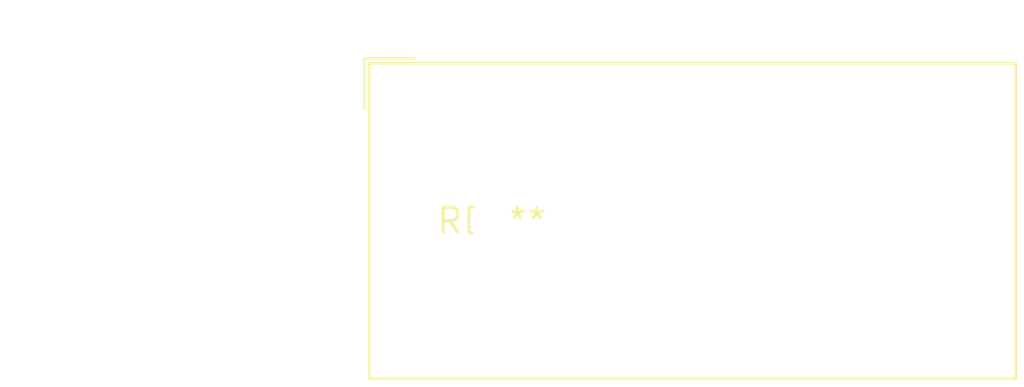
<source format=kicad_pcb>
(kicad_pcb (version 20240108) (generator pcbnew)
  (layers (0 "F.Cu" signal) (31 "B.Cu" signal) (34 "B.Paste" user) (35 "F.Paste" user) (36 "B.SilkS" user "B.Silkscreen") (37 "F.SilkS" user "F.Silkscreen") (38 "B.Mask" user) (39 "F.Mask" user) (44 "Edge.Cuts" user))
  (net 0 "")
  (footprint "TerminalBlock_Dinkle_DT-55-B01X-03_P10.00mm" (layer "F.Cu") (at 0 0)
    (property "Reference" "REF**")
    (property "Value" "TerminalBlock_Dinkle_DT-55-B01X-03_P10.00mm")
    (fp_line (start -6.35 -8.1) (end -3.85 -8.1) (layer "F.SilkS") (stroke (width 0.12)))
    (fp_line (start -6.35 -5.6) (end -6.35 -8.1) (layer "F.SilkS") (stroke (width 0.12)))
    (fp_line (start -6.1 -7.85) (end 26.1 -7.85) (layer "F.SilkS") (stroke (width 0.12)))
    (fp_line (start -6.1 7.85) (end -6.1 -7.85) (layer "F.SilkS") (stroke (width 0.12)))
    (fp_line (start -6.1 7.85) (end 26.1 7.85) (layer "F.SilkS") (stroke (width 0.12)))
    (fp_line (start 26.1 -7.85) (end 26.1 7.85) (layer "F.SilkS") (stroke (width 0.12)))
    (pad "1" thru_hole rect (at 0 0) (size 3.3 6.6) (drill 2.2) (layers *.Cu *.Mask) (remove_unused_layers))
    (pad "2" thru_hole oval (at 10 0) (size 3.3 6.6) (drill 2.2) (layers *.Cu *.Mask) (remove_unused_layers))
    (pad "3" thru_hole oval (at 20 0) (size 3.3 6.6) (drill 2.2) (layers *.Cu *.Mask) (remove_unused_layers))
  )
)
</source>
